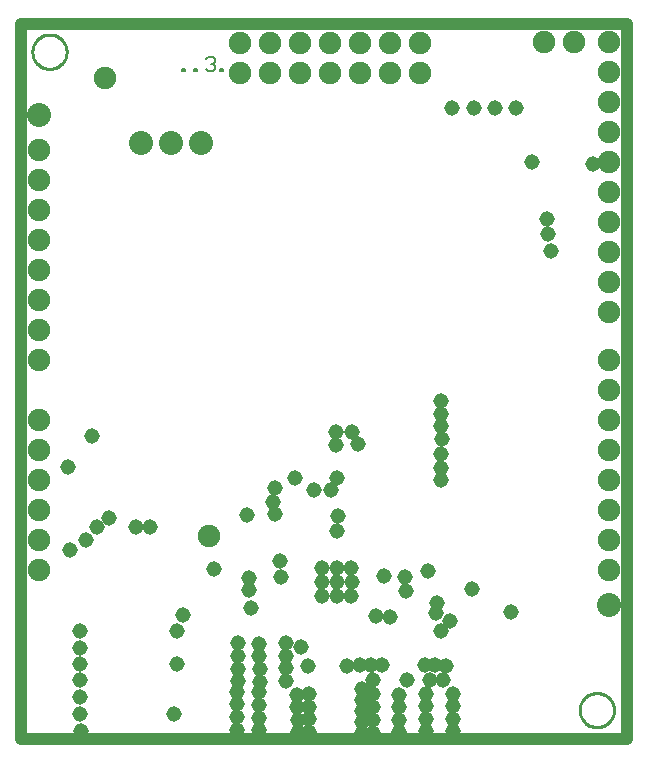
<source format=gbr>
%FSLAX44Y44*%
%MOMM*%
%SFA1B1*%

%IPPOS*%
%ADD10C,0.253999*%
%ADD40C,0.150000*%
%ADD50C,1.015998*%
%ADD51C,1.915996*%
%ADD52C,2.031996*%
%ADD53C,2.035996*%
%ADD54C,1.315997*%
G54D10*
X501751Y24249D02*
D01*
X501716Y25261*
X501610Y26268*
X501434Y27265*
X501190Y28247*
X500877Y29209*
X500498Y30148*
X500054Y31058*
X499548Y31934*
X498982Y32773*
X498359Y33571*
X497681Y34323*
X496953Y35026*
X496178Y35677*
X495359Y36272*
X494500Y36808*
X493607Y37284*
X492682Y37695*
X491731Y38042*
X490758Y38320*
X489768Y38531*
X488765Y38672*
X487755Y38743*
X486743*
X485734Y38672*
X484731Y38531*
X483741Y38320*
X482768Y38042*
X481817Y37695*
X480892Y37284*
X479998Y36808*
X479140Y36272*
X478321Y35677*
X477546Y35026*
X476817Y34323*
X476140Y33571*
X475517Y32773*
X474951Y31934*
X474445Y31058*
X474001Y30148*
X473622Y29209*
X473309Y28247*
X473064Y27265*
X472889Y26268*
X472783Y25261*
X472747Y24249*
X472783Y23238*
X472889Y22231*
X473064Y21234*
X473309Y20252*
X473622Y19289*
X474001Y18351*
X474445Y17441*
X474951Y16564*
X475517Y15725*
X476140Y14928*
X476817Y14175*
X477546Y13472*
X478321Y12822*
X479140Y12227*
X479998Y11690*
X480892Y11215*
X481817Y10803*
X482768Y10457*
X483741Y10178*
X484731Y9968*
X485734Y9827*
X486743Y9756*
X487755*
X488765Y9827*
X489768Y9968*
X490758Y10178*
X491731Y10457*
X492682Y10803*
X493607Y11215*
X494500Y11690*
X495359Y12227*
X496178Y12822*
X496953Y13472*
X497681Y14175*
X498359Y14928*
X498982Y15725*
X499548Y16564*
X500054Y17441*
X500498Y18351*
X500877Y19289*
X501190Y20252*
X501434Y21234*
X501610Y22231*
X501716Y23238*
X501751Y24249*
X38251Y581749D02*
D01*
X38216Y582761*
X38110Y583768*
X37934Y584764*
X37690Y585747*
X37377Y586709*
X36998Y587648*
X36554Y588558*
X36048Y589434*
X35482Y590273*
X34858Y591071*
X34181Y591823*
X33453Y592526*
X32678Y593177*
X31859Y593772*
X31000Y594308*
X30107Y594784*
X29182Y595195*
X28231Y595542*
X27258Y595821*
X26268Y596031*
X25265Y596172*
X24255Y596243*
X23243*
X22233Y596172*
X21231Y596031*
X20241Y595821*
X19268Y595542*
X18317Y595195*
X17392Y594784*
X16498Y594308*
X15640Y593772*
X14821Y593177*
X14046Y592526*
X13317Y591823*
X12640Y591071*
X12017Y590273*
X11451Y589434*
X10945Y588558*
X10501Y587648*
X10122Y586709*
X9809Y585747*
X9564Y584764*
X9389Y583768*
X9283Y582761*
X9247Y581749*
X9283Y580738*
X9389Y579731*
X9564Y578734*
X9809Y577752*
X10122Y576789*
X10501Y575851*
X10945Y574941*
X11451Y574064*
X12017Y573225*
X12640Y572428*
X13317Y571676*
X14046Y570972*
X14821Y570322*
X15640Y569727*
X16498Y569190*
X17392Y568715*
X18317Y568303*
X19268Y567957*
X20241Y567678*
X21231Y567468*
X22233Y567327*
X23243Y567256*
X24255*
X25265Y567327*
X26268Y567468*
X27258Y567678*
X28231Y567957*
X29182Y568303*
X30107Y568715*
X31000Y569190*
X31859Y569727*
X32678Y570322*
X33453Y570972*
X34181Y571676*
X34858Y572428*
X35482Y573225*
X36048Y574064*
X36554Y574941*
X36998Y575851*
X37377Y576789*
X37690Y577752*
X37934Y578734*
X38110Y579731*
X38216Y580738*
X38251Y581749*
G54D40*
X136249Y565249D02*
Y567248D01*
X138248*
Y565249*
X136249*
X146246D02*
Y567248D01*
X148245*
Y565249*
X146246*
X156243Y575246D02*
X158242Y577245D01*
X162241*
X164240Y575246*
Y573246*
X162241Y571247*
X160241*
X162241*
X164240Y569248*
Y567248*
X162241Y565249*
X158242*
X156243Y567248*
X168239Y565249D02*
Y567248D01*
X170238*
Y565249*
X168239*
G54D50*
X0Y0D02*
Y604999D01*
X512599*
Y0D02*
Y604999D01*
X0Y0D02*
X512599D01*
G54D51*
X497599Y142999D03*
Y168399D03*
Y193799D03*
Y219199D03*
Y244599D03*
Y269999D03*
Y295399D03*
Y320799D03*
X442599Y589999D03*
X467999D03*
X497599Y412199D03*
Y589999D03*
Y564599D03*
Y539199D03*
Y513799D03*
Y488399D03*
Y462999D03*
Y437599D03*
Y386799D03*
Y361399D03*
X158499Y172099D03*
X70999Y559849D03*
X14999Y269999D03*
Y244599D03*
Y219199D03*
Y193799D03*
Y168399D03*
Y142999D03*
Y498599D03*
Y473199D03*
Y447799D03*
Y422399D03*
Y396999D03*
Y371599D03*
Y346199D03*
Y320799D03*
X184999Y563999D03*
Y589399D03*
X210399Y563999D03*
Y589399D03*
X235799Y563999D03*
Y589399D03*
X261199Y563999D03*
Y589399D03*
X286599Y563999D03*
Y589399D03*
X311999Y563999D03*
Y589399D03*
X337399Y563999D03*
Y589399D03*
G54D52*
X497599Y113249D03*
X14999Y528499D03*
G54D53*
X101499Y504499D03*
X126899D03*
X152299D03*
G54D54*
X59999Y256499D03*
X38999Y229999D03*
X354999Y218999D03*
Y228999D03*
X355999Y254000D03*
X354999Y240999D03*
X364749Y533999D03*
X354999Y264999D03*
Y274999D03*
Y285999D03*
X418999Y533999D03*
X400916D03*
X382832D03*
X265999Y259999D03*
Y248999D03*
X108999Y178999D03*
X445999Y426999D03*
X447999Y412999D03*
X284999Y249999D03*
X279999Y259999D03*
X73999Y186999D03*
X63999Y178999D03*
X54999Y167999D03*
X49999Y90999D03*
Y76999D03*
X444999Y439999D03*
X49999Y63249D03*
X266999Y220999D03*
X96999Y178999D03*
X49999Y34999D03*
X483999Y486999D03*
X431999Y487999D03*
X299999Y103999D03*
X325124Y136999D03*
X261999Y210749D03*
X326249Y49499D03*
X341329Y62499D03*
X267249Y175999D03*
X231749Y220749D03*
X325749Y125499D03*
X381749Y126499D03*
X213360Y200660D03*
X414749Y106999D03*
X194310Y110490D03*
X192499Y125999D03*
Y135999D03*
X219249Y150499D03*
X219999Y137249D03*
X236749Y77749D03*
X286999Y62249D03*
X304999D03*
X296249D03*
X267999Y188499D03*
X242499Y61249D03*
X275999D03*
X306999Y137499D03*
X319999Y16166D03*
Y5499D03*
Y26832D03*
X342749Y16916D03*
X365499Y6249D03*
X345819Y49499D03*
X356999D03*
X201499Y17916D03*
Y7249D03*
X201249Y28582D03*
Y39249D03*
X182749Y18416D03*
Y7749D03*
X182499Y29083D03*
Y39749D03*
X183249Y59416D03*
Y48749D03*
X182999Y70082D03*
Y80749D03*
X201749Y59166D03*
Y48499D03*
X201499Y69832D03*
Y80499D03*
X223999Y59666D03*
Y48999D03*
X223749Y70332D03*
Y80999D03*
X365499Y27582D03*
X342749D03*
Y38249D03*
X365499D03*
X342749Y6249D03*
X365499Y16916D03*
X319999Y37499D03*
X49999Y20749D03*
X50249Y6999D03*
X49999Y49499D03*
X128749Y20749D03*
X40999Y159499D03*
X214630Y190500D03*
X247650Y210820D03*
X350329Y62249D03*
X359079Y61999D03*
X354999Y91249D03*
X312249Y103249D03*
X350759Y106139D03*
X287999Y42249D03*
Y32999D03*
Y14249D03*
Y4999D03*
Y23499D03*
X297249Y4749D03*
Y15999D03*
Y26999D03*
Y38249D03*
Y49499D03*
X233499Y37499D03*
X243249Y37749D03*
Y26999D03*
X233499Y26749D03*
X233749Y16249D03*
X243499Y16499D03*
X233749Y5499D03*
X243499Y5749D03*
X214789Y212249D03*
X131749Y91249D03*
Y62999D03*
X162749Y143749D03*
X136750Y104998D03*
X344249Y141999D03*
X351749Y114999D03*
X190749Y189499D03*
X362999Y99499D03*
X254749Y132999D03*
X266749Y144999D03*
X278749D03*
X266749Y132999D03*
X254749Y144999D03*
X279749Y132999D03*
X278749Y120999D03*
X254749D03*
X266749D03*
M02*
</source>
